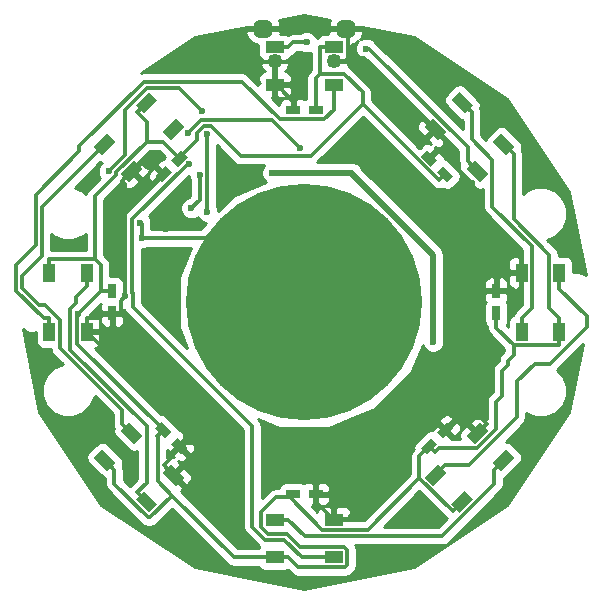
<source format=gbr>
G04 #@! TF.FileFunction,Copper,L2,Bot,Signal*
%FSLAX46Y46*%
G04 Gerber Fmt 4.6, Leading zero omitted, Abs format (unit mm)*
G04 Created by KiCad (PCBNEW 4.0.2+dfsg1-stable) date Mon 17 Oct 2016 06:19:30 PM CST*
%MOMM*%
G01*
G04 APERTURE LIST*
%ADD10C,0.100000*%
%ADD11C,20.000000*%
%ADD12R,1.200000X0.750000*%
%ADD13R,0.750000X1.200000*%
%ADD14O,1.250000X1.250000*%
%ADD15O,1.800000X1.550000*%
%ADD16R,1.600000X1.000000*%
%ADD17R,1.000000X1.600000*%
%ADD18C,0.600000*%
%ADD19C,0.500000*%
%ADD20C,0.300000*%
%ADD21C,0.254000*%
G04 APERTURE END LIST*
D10*
D11*
X100000000Y-100000000D03*
D12*
X100950000Y-116250000D03*
X99050000Y-116250000D03*
D10*
G36*
X112080850Y-110138820D02*
X112611180Y-110669150D01*
X111762652Y-111517678D01*
X111232322Y-110987348D01*
X112080850Y-110138820D01*
X112080850Y-110138820D01*
G37*
G36*
X110737348Y-111482322D02*
X111267678Y-112012652D01*
X110419150Y-112861180D01*
X109888820Y-112330850D01*
X110737348Y-111482322D01*
X110737348Y-111482322D01*
G37*
D13*
X116250000Y-99050000D03*
X116250000Y-100950000D03*
D10*
G36*
X109888820Y-87669150D02*
X110419150Y-87138820D01*
X111267678Y-87987348D01*
X110737348Y-88517678D01*
X109888820Y-87669150D01*
X109888820Y-87669150D01*
G37*
G36*
X111232322Y-89012652D02*
X111762652Y-88482322D01*
X112611180Y-89330850D01*
X112080850Y-89861180D01*
X111232322Y-89012652D01*
X111232322Y-89012652D01*
G37*
D12*
X99050000Y-83750000D03*
X100950000Y-83750000D03*
D10*
G36*
X87919150Y-89861180D02*
X87388820Y-89330850D01*
X88237348Y-88482322D01*
X88767678Y-89012652D01*
X87919150Y-89861180D01*
X87919150Y-89861180D01*
G37*
G36*
X89262652Y-88517678D02*
X88732322Y-87987348D01*
X89580850Y-87138820D01*
X90111180Y-87669150D01*
X89262652Y-88517678D01*
X89262652Y-88517678D01*
G37*
D13*
X83750000Y-100950000D03*
X83750000Y-99050000D03*
D10*
G36*
X90111180Y-112330850D02*
X89580850Y-112861180D01*
X88732322Y-112012652D01*
X89262652Y-111482322D01*
X90111180Y-112330850D01*
X90111180Y-112330850D01*
G37*
G36*
X88767678Y-110987348D02*
X88237348Y-111517678D01*
X87388820Y-110669150D01*
X87919150Y-110138820D01*
X88767678Y-110987348D01*
X88767678Y-110987348D01*
G37*
D14*
X102500900Y-79562540D03*
X97500900Y-79562540D03*
D15*
X103500900Y-76862540D03*
X96500900Y-76862540D03*
D16*
X102500000Y-118400000D03*
X102500000Y-121600000D03*
X97500000Y-118400000D03*
X97500000Y-121600000D03*
D10*
G36*
X114424264Y-112020101D02*
X113717157Y-111312994D01*
X114848528Y-110181623D01*
X115555635Y-110888730D01*
X114424264Y-112020101D01*
X114424264Y-112020101D01*
G37*
G36*
X116687006Y-114282843D02*
X115979899Y-113575736D01*
X117111270Y-112444365D01*
X117818377Y-113151472D01*
X116687006Y-114282843D01*
X116687006Y-114282843D01*
G37*
G36*
X110888730Y-115555635D02*
X110181623Y-114848528D01*
X111312994Y-113717157D01*
X112020101Y-114424264D01*
X110888730Y-115555635D01*
X110888730Y-115555635D01*
G37*
G36*
X113151472Y-117818377D02*
X112444365Y-117111270D01*
X113575736Y-115979899D01*
X114282843Y-116687006D01*
X113151472Y-117818377D01*
X113151472Y-117818377D01*
G37*
D17*
X118400000Y-97500000D03*
X121600000Y-97500000D03*
X118400000Y-102500000D03*
X121600000Y-102500000D03*
D10*
G36*
X112020101Y-85575736D02*
X111312994Y-86282843D01*
X110181623Y-85151472D01*
X110888730Y-84444365D01*
X112020101Y-85575736D01*
X112020101Y-85575736D01*
G37*
G36*
X114282843Y-83312994D02*
X113575736Y-84020101D01*
X112444365Y-82888730D01*
X113151472Y-82181623D01*
X114282843Y-83312994D01*
X114282843Y-83312994D01*
G37*
G36*
X115555635Y-89111270D02*
X114848528Y-89818377D01*
X113717157Y-88687006D01*
X114424264Y-87979899D01*
X115555635Y-89111270D01*
X115555635Y-89111270D01*
G37*
G36*
X117818377Y-86848528D02*
X117111270Y-87555635D01*
X115979899Y-86424264D01*
X116687006Y-85717157D01*
X117818377Y-86848528D01*
X117818377Y-86848528D01*
G37*
D16*
X97500000Y-81600000D03*
X97500000Y-78400000D03*
X102500000Y-81600000D03*
X102500000Y-78400000D03*
D17*
X81600000Y-102500000D03*
X78400000Y-102500000D03*
X81600000Y-97500000D03*
X78400000Y-97500000D03*
D10*
G36*
X87979899Y-114424264D02*
X88687006Y-113717157D01*
X89818377Y-114848528D01*
X89111270Y-115555635D01*
X87979899Y-114424264D01*
X87979899Y-114424264D01*
G37*
G36*
X85717157Y-116687006D02*
X86424264Y-115979899D01*
X87555635Y-117111270D01*
X86848528Y-117818377D01*
X85717157Y-116687006D01*
X85717157Y-116687006D01*
G37*
G36*
X84444365Y-110888730D02*
X85151472Y-110181623D01*
X86282843Y-111312994D01*
X85575736Y-112020101D01*
X84444365Y-110888730D01*
X84444365Y-110888730D01*
G37*
G36*
X82181623Y-113151472D02*
X82888730Y-112444365D01*
X84020101Y-113575736D01*
X83312994Y-114282843D01*
X82181623Y-113151472D01*
X82181623Y-113151472D01*
G37*
G36*
X85575736Y-87979899D02*
X86282843Y-88687006D01*
X85151472Y-89818377D01*
X84444365Y-89111270D01*
X85575736Y-87979899D01*
X85575736Y-87979899D01*
G37*
G36*
X83312994Y-85717157D02*
X84020101Y-86424264D01*
X82888730Y-87555635D01*
X82181623Y-86848528D01*
X83312994Y-85717157D01*
X83312994Y-85717157D01*
G37*
G36*
X89111270Y-84444365D02*
X89818377Y-85151472D01*
X88687006Y-86282843D01*
X87979899Y-85575736D01*
X89111270Y-84444365D01*
X89111270Y-84444365D01*
G37*
G36*
X86848528Y-82181623D02*
X87555635Y-82888730D01*
X86424264Y-84020101D01*
X85717157Y-83312994D01*
X86848528Y-82181623D01*
X86848528Y-82181623D01*
G37*
D18*
X97294500Y-89057000D03*
X103968900Y-89040300D03*
X110908200Y-103359800D03*
X81900000Y-90000000D03*
X84100000Y-91700000D03*
X80900000Y-95300000D03*
X89000000Y-96500000D03*
X88300000Y-93800000D03*
X94200000Y-89800000D03*
X108000000Y-118400000D03*
X105000000Y-117000000D03*
X108000000Y-121000000D03*
X86941600Y-88524200D03*
X114223500Y-89948500D03*
X90326100Y-111811500D03*
X103526200Y-112500000D03*
X84834900Y-99513200D03*
X86214100Y-94603100D03*
X86097000Y-93274200D03*
X80855000Y-100979200D03*
X91130400Y-89243500D03*
X90439700Y-92038800D03*
X90123700Y-85705700D03*
X99641000Y-86967500D03*
X91780700Y-85741800D03*
X91780700Y-92330800D03*
X91365800Y-83824200D03*
X83425500Y-88915100D03*
X90235100Y-88294500D03*
X100194000Y-78002400D03*
X105240000Y-78525500D03*
D19*
X103952200Y-89057000D02*
X103968900Y-89040300D01*
X97294500Y-89057000D02*
X103952200Y-89057000D01*
X110908200Y-95979600D02*
X103968900Y-89040300D01*
X110908200Y-103359800D02*
X110908200Y-95979600D01*
D20*
X84600000Y-91200000D02*
X84100000Y-91700000D01*
X84600000Y-89700000D02*
X84600000Y-91200000D01*
X85363604Y-88936396D02*
X84600000Y-89700000D01*
X85363604Y-88899138D02*
X85363604Y-88936396D01*
X103600000Y-118400000D02*
X102500000Y-118400000D01*
X103600000Y-118400000D02*
X105000000Y-117000000D01*
X97500000Y-81600000D02*
X98075200Y-81600000D01*
X88078200Y-89171800D02*
X87565300Y-88658800D01*
X85363600Y-88899100D02*
X86177000Y-88085700D01*
X97500900Y-81025700D02*
X97500900Y-79562500D01*
X98075200Y-81600000D02*
X97500900Y-81025700D01*
X98075200Y-82049900D02*
X98075200Y-81600000D01*
X99050000Y-83024700D02*
X98075200Y-82049900D01*
X99050000Y-83750000D02*
X99050000Y-83024700D01*
X102500900Y-79562500D02*
X103476200Y-79562500D01*
X111100900Y-85363600D02*
X110287500Y-84550200D01*
X105086300Y-79349000D02*
X110287500Y-84550200D01*
X103689700Y-79349000D02*
X105086300Y-79349000D01*
X103689700Y-77051300D02*
X103689700Y-79349000D01*
X103500900Y-76862500D02*
X103689700Y-77051300D01*
X103689700Y-79349000D02*
X103476200Y-79562500D01*
X111100900Y-85363600D02*
X111914300Y-86176900D01*
X110578200Y-87828200D02*
X111091200Y-87315200D01*
X87292600Y-88524200D02*
X86941600Y-88524200D01*
X87427300Y-88658900D02*
X87292600Y-88524200D01*
X87565200Y-88658900D02*
X87427300Y-88658900D01*
X87565300Y-88658800D02*
X87565200Y-88658900D01*
X86615400Y-88524200D02*
X86177000Y-88085700D01*
X86941600Y-88524200D02*
X86615400Y-88524200D01*
X111091200Y-87315300D02*
X111914200Y-87315300D01*
X111091200Y-87315200D02*
X111091200Y-87315300D01*
X111914200Y-86177000D02*
X111914300Y-86176900D01*
X111914200Y-87315300D02*
X111914200Y-86177000D01*
X118400000Y-97500000D02*
X118400000Y-96349700D01*
X111914200Y-87639200D02*
X114223500Y-89948500D01*
X111914200Y-87315300D02*
X111914200Y-87639200D01*
X114223500Y-92173200D02*
X118400000Y-96349700D01*
X114223500Y-89948500D02*
X114223500Y-92173200D01*
X111921800Y-110828200D02*
X111408900Y-110315200D01*
X88899100Y-113009700D02*
X88085800Y-113823000D01*
X88899100Y-112694500D02*
X88899100Y-113009700D01*
X89421800Y-112171800D02*
X88899100Y-112694500D01*
X88899100Y-114636400D02*
X88085800Y-113823000D01*
X89421800Y-112171800D02*
X89934800Y-111658800D01*
X90087400Y-111811500D02*
X89934800Y-111658900D01*
X90326100Y-111811500D02*
X90087400Y-111811500D01*
X89934800Y-111658900D02*
X89934800Y-111658800D01*
X111921800Y-110828200D02*
X112593800Y-110156200D01*
X114636400Y-111100900D02*
X115449800Y-110287500D01*
X89934800Y-110834800D02*
X81600000Y-102500000D01*
X89934800Y-111658900D02*
X89934800Y-110834800D01*
X83387400Y-100950000D02*
X83024700Y-100950000D01*
X82625000Y-101349700D02*
X83024700Y-100950000D01*
X81600000Y-101349700D02*
X82625000Y-101349700D01*
X81600000Y-102500000D02*
X81600000Y-101349700D01*
X100950000Y-116250000D02*
X100950000Y-115524700D01*
X101075300Y-116975300D02*
X100950000Y-116975300D01*
X102500000Y-118400000D02*
X101075300Y-116975300D01*
X100950000Y-116250000D02*
X100950000Y-116975300D01*
X107143500Y-112500000D02*
X103526200Y-112500000D01*
X108815300Y-110828200D02*
X107143500Y-112500000D01*
X110895900Y-110828200D02*
X108815300Y-110828200D01*
X111408900Y-110315200D02*
X110895900Y-110828200D01*
X103526200Y-112948500D02*
X100950000Y-115524700D01*
X103526200Y-112500000D02*
X103526200Y-112948500D01*
X118000300Y-99050000D02*
X118400000Y-98650300D01*
X116975300Y-99050000D02*
X118000300Y-99050000D01*
X116250000Y-99050000D02*
X116975300Y-99050000D01*
X118400000Y-97500000D02*
X118400000Y-98650300D01*
X116250000Y-99050000D02*
X115524700Y-99050000D01*
X114966000Y-99608700D02*
X115524700Y-99050000D01*
X114966000Y-109803700D02*
X114966000Y-99608700D01*
X115449800Y-110287500D02*
X114966000Y-109803700D01*
X112593800Y-110156300D02*
X112593800Y-110156200D01*
X114087400Y-110156300D02*
X112593800Y-110156300D01*
X114440000Y-109803700D02*
X114087400Y-110156300D01*
X114966000Y-109803700D02*
X114440000Y-109803700D01*
X83387400Y-100950000D02*
X83750000Y-100950000D01*
X83750000Y-100950000D02*
X84475300Y-100950000D01*
X84475300Y-99872800D02*
X84834900Y-99513200D01*
X84475300Y-100950000D02*
X84475300Y-99872800D01*
X84834900Y-89997200D02*
X84550200Y-89712500D01*
X84834900Y-99513200D02*
X84834900Y-89997200D01*
X85363600Y-88899100D02*
X84550200Y-89712500D01*
X94603100Y-94603100D02*
X86214100Y-94603100D01*
X100000000Y-100000000D02*
X94603100Y-94603100D01*
X86214100Y-93391300D02*
X86097000Y-93274200D01*
X86214100Y-94603100D02*
X86214100Y-93391300D01*
X83100900Y-113363600D02*
X83914300Y-114176900D01*
X83914200Y-114177000D02*
X83914300Y-114176900D01*
X83914200Y-115379600D02*
X83914200Y-114177000D01*
X86742100Y-118207500D02*
X83914200Y-115379600D01*
X86973700Y-118207500D02*
X86742100Y-118207500D01*
X88808000Y-116373200D02*
X86973700Y-118207500D01*
X99050000Y-116250000D02*
X98774400Y-116525600D01*
X102500000Y-78400000D02*
X101349700Y-78400000D01*
X111921800Y-89171800D02*
X111408900Y-89684700D01*
X101349700Y-80643700D02*
X101349700Y-78400000D01*
X100950000Y-81043400D02*
X101349700Y-80643700D01*
X100950000Y-83750000D02*
X100950000Y-81043400D01*
X87574300Y-115139500D02*
X88808000Y-116373200D01*
X87574300Y-111350200D02*
X87574300Y-115139500D01*
X87565300Y-111341100D02*
X87574300Y-111350200D01*
X88078200Y-110828200D02*
X87565300Y-111341100D01*
X94034800Y-121600000D02*
X96349900Y-121600000D01*
X88808000Y-116373200D02*
X94034800Y-121600000D01*
X96924900Y-121600000D02*
X96349900Y-121600000D01*
X89421800Y-87828200D02*
X89362900Y-87769300D01*
X104938600Y-83214500D02*
X111408900Y-89684700D01*
X100524000Y-87629100D02*
X104938600Y-83214500D01*
X94596500Y-87629100D02*
X100524000Y-87629100D01*
X92055700Y-85088300D02*
X94596500Y-87629100D01*
X91462800Y-85088300D02*
X92055700Y-85088300D01*
X90874800Y-85676300D02*
X91462800Y-85088300D01*
X90874800Y-86257400D02*
X90874800Y-85676300D01*
X89362900Y-87769300D02*
X90874800Y-86257400D01*
X103342400Y-80643700D02*
X101349700Y-80643700D01*
X104938600Y-82239900D02*
X103342400Y-80643700D01*
X104938600Y-83214500D02*
X104938600Y-82239900D01*
X96924900Y-121600000D02*
X97500000Y-121600000D01*
X97578500Y-116525600D02*
X98774400Y-116525600D01*
X96349700Y-117754400D02*
X97578500Y-116525600D01*
X96349700Y-119055200D02*
X96349700Y-117754400D01*
X96898700Y-119604200D02*
X96349700Y-119055200D01*
X98502900Y-119604200D02*
X96898700Y-119604200D01*
X99595600Y-120696900D02*
X98502900Y-119604200D01*
X103392300Y-120696900D02*
X99595600Y-120696900D01*
X103650400Y-120955000D02*
X103392300Y-120696900D01*
X103650400Y-122251700D02*
X103650400Y-120955000D01*
X103451700Y-122450400D02*
X103650400Y-122251700D01*
X99500700Y-122450400D02*
X103451700Y-122450400D01*
X98650300Y-121600000D02*
X99500700Y-122450400D01*
X97500000Y-121600000D02*
X98650300Y-121600000D01*
X80749700Y-101084500D02*
X80855000Y-100979200D01*
X80749700Y-103499700D02*
X80749700Y-101084500D01*
X88078200Y-110828200D02*
X80749700Y-103499700D01*
X113363600Y-116899100D02*
X112550200Y-117712500D01*
X120749700Y-100499400D02*
X121600000Y-101349700D01*
X120749700Y-96008000D02*
X120749700Y-100499400D01*
X117712500Y-92970800D02*
X120749700Y-96008000D01*
X117712500Y-87449800D02*
X117712500Y-92970800D01*
X116899100Y-86636400D02*
X117712500Y-87449800D01*
X121600000Y-102275000D02*
X121600000Y-101349700D01*
X86636400Y-83100900D02*
X85823100Y-83914200D01*
X78400000Y-97500000D02*
X78400000Y-96349700D01*
X80855000Y-100979200D02*
X82784200Y-99050000D01*
X82784200Y-99050000D02*
X83750000Y-99050000D01*
X88017200Y-86423600D02*
X89362900Y-87769300D01*
X86636400Y-86423600D02*
X88017200Y-86423600D01*
X86636400Y-84727600D02*
X85823100Y-83914200D01*
X86636400Y-86423600D02*
X86636400Y-84727600D01*
X84075900Y-88984100D02*
X86636400Y-86423600D01*
X84075900Y-89211300D02*
X84075900Y-88984100D01*
X82256600Y-91030600D02*
X84075900Y-89211300D01*
X82256600Y-96349700D02*
X82256600Y-91030600D01*
X82784200Y-96877300D02*
X82256600Y-96349700D01*
X82784200Y-99050000D02*
X82784200Y-96877300D01*
X82256600Y-96349700D02*
X78400000Y-96349700D01*
X121600000Y-102500000D02*
X121600000Y-102275000D01*
X121600000Y-102500000D02*
X121600000Y-103650300D01*
X110578200Y-112171800D02*
X111091200Y-112684700D01*
X121600000Y-103650300D02*
X117724600Y-103650300D01*
X116250000Y-102175700D02*
X116250000Y-100950000D01*
X117724600Y-103650300D02*
X116250000Y-102175700D01*
X110578200Y-112171800D02*
X109906300Y-112843700D01*
X109729500Y-114891600D02*
X109729400Y-114891700D01*
X109729500Y-113044300D02*
X109729500Y-114891600D01*
X109906300Y-112867500D02*
X109729500Y-113044300D01*
X109906300Y-112843800D02*
X109906300Y-112867500D01*
X109906300Y-112843700D02*
X109906300Y-112843800D01*
X112550200Y-117712500D02*
X109729400Y-114891700D01*
X101499200Y-119250400D02*
X98774400Y-116525600D01*
X105370700Y-119250400D02*
X101499200Y-119250400D01*
X109729400Y-114891700D02*
X105370700Y-119250400D01*
X111388300Y-112387600D02*
X111091200Y-112684700D01*
X114614000Y-112387600D02*
X111388300Y-112387600D01*
X116224000Y-110777600D02*
X114614000Y-112387600D01*
X116224000Y-108422500D02*
X116224000Y-110777600D01*
X116724200Y-107922300D02*
X116224000Y-108422500D01*
X116724200Y-105829000D02*
X116724200Y-107922300D01*
X117224300Y-105328900D02*
X116724200Y-105829000D01*
X117224300Y-104975000D02*
X117224300Y-105328900D01*
X117724600Y-104474700D02*
X117224300Y-104975000D01*
X117724600Y-103650300D02*
X117724600Y-104474700D01*
X91130400Y-91348100D02*
X90439700Y-92038800D01*
X91130400Y-89243500D02*
X91130400Y-91348100D01*
X97261500Y-84588000D02*
X99641000Y-86967500D01*
X91241400Y-84588000D02*
X97261500Y-84588000D01*
X90123700Y-85705700D02*
X91241400Y-84588000D01*
X91780700Y-92330800D02*
X91780700Y-85741800D01*
X84833300Y-87507300D02*
X83425500Y-88915100D01*
X84833300Y-83701400D02*
X84833300Y-87507300D01*
X86703500Y-81831200D02*
X84833300Y-83701400D01*
X89372800Y-81831200D02*
X86703500Y-81831200D01*
X91365800Y-83824200D02*
X89372800Y-81831200D01*
X90109500Y-88294500D02*
X90235100Y-88294500D01*
X85446700Y-92957300D02*
X90109500Y-88294500D01*
X85446700Y-99205300D02*
X85446700Y-92957300D01*
X85485200Y-99243800D02*
X85446700Y-99205300D01*
X85485200Y-100384900D02*
X85485200Y-99243800D01*
X95599300Y-110499000D02*
X85485200Y-100384900D01*
X95599300Y-119012300D02*
X95599300Y-110499000D01*
X96691500Y-120104500D02*
X95599300Y-119012300D01*
X98295700Y-120104500D02*
X96691500Y-120104500D01*
X99791200Y-121600000D02*
X98295700Y-120104500D01*
X102500000Y-121600000D02*
X99791200Y-121600000D01*
X116899100Y-113363600D02*
X116085800Y-114176900D01*
X97500000Y-118400000D02*
X98650300Y-118400000D01*
X116085800Y-114177000D02*
X116085800Y-114176900D01*
X116085800Y-115385300D02*
X116085800Y-114177000D01*
X111677400Y-119793700D02*
X116085800Y-115385300D01*
X100044000Y-119793700D02*
X111677400Y-119793700D01*
X98650300Y-118400000D02*
X100044000Y-119793700D01*
X111914300Y-113823100D02*
X111914300Y-113823000D01*
X113911900Y-113823100D02*
X111914300Y-113823100D01*
X117992400Y-109742600D02*
X113911900Y-113823100D01*
X117992400Y-106707600D02*
X117992400Y-109742600D01*
X119488700Y-105211300D02*
X117992400Y-106707600D01*
X120778600Y-105211300D02*
X119488700Y-105211300D01*
X123905600Y-102084300D02*
X120778600Y-105211300D01*
X123905600Y-101198600D02*
X123905600Y-102084300D01*
X121600000Y-98893000D02*
X123905600Y-101198600D01*
X121600000Y-97500000D02*
X121600000Y-98893000D01*
X111100900Y-114636400D02*
X111914300Y-113823000D01*
X113363600Y-83100900D02*
X114177000Y-83914200D01*
X118400000Y-102500000D02*
X118400000Y-101349700D01*
X119250300Y-100499400D02*
X118400000Y-101349700D01*
X119250300Y-95254000D02*
X119250300Y-100499400D01*
X115924100Y-91927800D02*
X119250300Y-95254000D01*
X115924100Y-87924000D02*
X115924100Y-91927800D01*
X114176900Y-86176800D02*
X115924100Y-87924000D01*
X114176900Y-83914300D02*
X114176900Y-86176800D01*
X114177000Y-83914200D02*
X114176900Y-83914300D01*
X99047900Y-78002400D02*
X100194000Y-78002400D01*
X98650300Y-78400000D02*
X99047900Y-78002400D01*
X114636400Y-88899100D02*
X113823100Y-88085700D01*
X113823100Y-86883200D02*
X113823100Y-88085700D01*
X105465400Y-78525500D02*
X113823100Y-86883200D01*
X105240000Y-78525500D02*
X105465400Y-78525500D01*
X97500000Y-78400000D02*
X98650300Y-78400000D01*
X77926900Y-101349700D02*
X78400000Y-101349700D01*
X75597800Y-99020600D02*
X77926900Y-101349700D01*
X75597800Y-96876200D02*
X75597800Y-99020600D01*
X77281800Y-95192200D02*
X75597800Y-96876200D01*
X77281800Y-90899200D02*
X77281800Y-95192200D01*
X80959800Y-87221200D02*
X77281800Y-90899200D01*
X80959800Y-86765700D02*
X80959800Y-87221200D01*
X86394900Y-81330600D02*
X80959800Y-86765700D01*
X94711800Y-81330600D02*
X86394900Y-81330600D01*
X97900700Y-84519500D02*
X94711800Y-81330600D01*
X101677300Y-84519500D02*
X97900700Y-84519500D01*
X102500000Y-83696800D02*
X101677300Y-84519500D01*
X102500000Y-81600000D02*
X102500000Y-83696800D01*
X78400000Y-102500000D02*
X78400000Y-101349700D01*
X86636400Y-116899100D02*
X85823100Y-116085700D01*
X81600000Y-97500000D02*
X81600000Y-98650300D01*
X86636400Y-115272400D02*
X85823100Y-116085700D01*
X86636400Y-110523400D02*
X86636400Y-115272400D01*
X80200000Y-104087000D02*
X86636400Y-110523400D01*
X80200000Y-100606400D02*
X80200000Y-104087000D01*
X80700200Y-100106200D02*
X80200000Y-100606400D01*
X80700200Y-99550100D02*
X80700200Y-100106200D01*
X81600000Y-98650300D02*
X80700200Y-99550100D01*
X84550200Y-109144900D02*
X84550200Y-110287500D01*
X79298000Y-103892700D02*
X84550200Y-109144900D01*
X79298000Y-101518500D02*
X79298000Y-103892700D01*
X78004100Y-100224600D02*
X79298000Y-101518500D01*
X77513600Y-100224600D02*
X78004100Y-100224600D01*
X76111400Y-98822400D02*
X77513600Y-100224600D01*
X76111400Y-97777800D02*
X76111400Y-98822400D01*
X77782200Y-96107000D02*
X76111400Y-97777800D01*
X77782200Y-91955100D02*
X77782200Y-96107000D01*
X83100900Y-86636400D02*
X77782200Y-91955100D01*
X85363600Y-111100900D02*
X84550200Y-110287500D01*
D21*
G36*
X76309595Y-102419282D02*
X76708233Y-102584811D01*
X77139873Y-102585188D01*
X77252560Y-102538626D01*
X77252560Y-103300000D01*
X77296838Y-103535317D01*
X77435910Y-103751441D01*
X77648110Y-103896431D01*
X77900000Y-103947440D01*
X78523889Y-103947440D01*
X78572755Y-104193107D01*
X78742921Y-104447779D01*
X79559757Y-105264615D01*
X79557381Y-105264613D01*
X78735628Y-105604155D01*
X78106364Y-106232321D01*
X77765389Y-107053481D01*
X77764613Y-107942619D01*
X78104155Y-108764372D01*
X78732321Y-109393636D01*
X79553481Y-109734611D01*
X80442619Y-109735387D01*
X81264372Y-109395845D01*
X81893636Y-108767679D01*
X82234611Y-107946519D01*
X82234617Y-107939474D01*
X83765200Y-109470057D01*
X83765200Y-110287500D01*
X83824955Y-110587907D01*
X83851820Y-110628113D01*
X83851471Y-110628624D01*
X83796987Y-110879786D01*
X83844511Y-111132357D01*
X83986556Y-111346539D01*
X85117927Y-112477910D01*
X85315630Y-112612995D01*
X85566792Y-112667479D01*
X85819363Y-112619955D01*
X85851400Y-112598708D01*
X85851400Y-114947242D01*
X85268021Y-115530621D01*
X85230914Y-115586156D01*
X84699200Y-115054442D01*
X84699200Y-114177403D01*
X84699300Y-114176900D01*
X84699296Y-114176879D01*
X84699301Y-114176852D01*
X84665397Y-114006464D01*
X84639544Y-113876494D01*
X84639533Y-113876477D01*
X84639527Y-113876449D01*
X84612690Y-113836289D01*
X84612995Y-113835842D01*
X84667479Y-113584680D01*
X84619955Y-113332109D01*
X84477910Y-113117927D01*
X83346539Y-111986556D01*
X83148836Y-111851471D01*
X82897674Y-111796987D01*
X82645103Y-111844511D01*
X82430921Y-111986556D01*
X81723814Y-112693663D01*
X81588729Y-112891366D01*
X81534245Y-113142528D01*
X81581769Y-113395099D01*
X81723814Y-113609281D01*
X82855185Y-114740652D01*
X83052888Y-114875737D01*
X83129200Y-114892291D01*
X83129200Y-115379600D01*
X83188955Y-115680007D01*
X83359121Y-115934679D01*
X86187019Y-118762576D01*
X86187021Y-118762579D01*
X86441694Y-118932745D01*
X86742100Y-118992501D01*
X86742105Y-118992500D01*
X86973700Y-118992500D01*
X87274107Y-118932745D01*
X87528779Y-118762579D01*
X88808000Y-117483358D01*
X93479721Y-122155079D01*
X93734394Y-122325245D01*
X94034800Y-122385000D01*
X96128808Y-122385000D01*
X96235910Y-122551441D01*
X96448110Y-122696431D01*
X96700000Y-122747440D01*
X98300000Y-122747440D01*
X98535317Y-122703162D01*
X98601023Y-122660881D01*
X98945621Y-123005479D01*
X99200293Y-123175645D01*
X99500700Y-123235400D01*
X103451700Y-123235400D01*
X103752107Y-123175645D01*
X104006779Y-123005479D01*
X104205479Y-122806779D01*
X104375645Y-122552107D01*
X104435400Y-122251700D01*
X104435400Y-120955005D01*
X104435401Y-120955000D01*
X104375645Y-120654594D01*
X104363161Y-120635910D01*
X104324935Y-120578700D01*
X111677400Y-120578700D01*
X111977807Y-120518945D01*
X112232479Y-120348779D01*
X116640879Y-115940379D01*
X116811045Y-115685707D01*
X116870800Y-115385300D01*
X116870800Y-114893955D01*
X116930633Y-114882697D01*
X117144815Y-114740652D01*
X118276186Y-113609281D01*
X118411271Y-113411578D01*
X118465755Y-113160416D01*
X118418231Y-112907845D01*
X118276186Y-112693663D01*
X117569079Y-111986556D01*
X117371376Y-111851471D01*
X117120214Y-111796987D01*
X117031474Y-111813684D01*
X118547479Y-110297679D01*
X118673807Y-110108614D01*
X118717645Y-110043006D01*
X118777400Y-109742600D01*
X118777400Y-109412354D01*
X119553481Y-109734611D01*
X120442619Y-109735387D01*
X121264372Y-109395845D01*
X121893636Y-108767679D01*
X122234611Y-107946519D01*
X122235387Y-107057381D01*
X121895845Y-106235628D01*
X121380588Y-105719470D01*
X123592255Y-103507803D01*
X122441034Y-109295381D01*
X117175624Y-117175624D01*
X109295381Y-122441034D01*
X100000000Y-124290000D01*
X90704619Y-122441034D01*
X82824376Y-117175624D01*
X77558966Y-109295381D01*
X76161769Y-102271198D01*
X76309595Y-102419282D01*
X76309595Y-102419282D01*
G37*
X76309595Y-102419282D02*
X76708233Y-102584811D01*
X77139873Y-102585188D01*
X77252560Y-102538626D01*
X77252560Y-103300000D01*
X77296838Y-103535317D01*
X77435910Y-103751441D01*
X77648110Y-103896431D01*
X77900000Y-103947440D01*
X78523889Y-103947440D01*
X78572755Y-104193107D01*
X78742921Y-104447779D01*
X79559757Y-105264615D01*
X79557381Y-105264613D01*
X78735628Y-105604155D01*
X78106364Y-106232321D01*
X77765389Y-107053481D01*
X77764613Y-107942619D01*
X78104155Y-108764372D01*
X78732321Y-109393636D01*
X79553481Y-109734611D01*
X80442619Y-109735387D01*
X81264372Y-109395845D01*
X81893636Y-108767679D01*
X82234611Y-107946519D01*
X82234617Y-107939474D01*
X83765200Y-109470057D01*
X83765200Y-110287500D01*
X83824955Y-110587907D01*
X83851820Y-110628113D01*
X83851471Y-110628624D01*
X83796987Y-110879786D01*
X83844511Y-111132357D01*
X83986556Y-111346539D01*
X85117927Y-112477910D01*
X85315630Y-112612995D01*
X85566792Y-112667479D01*
X85819363Y-112619955D01*
X85851400Y-112598708D01*
X85851400Y-114947242D01*
X85268021Y-115530621D01*
X85230914Y-115586156D01*
X84699200Y-115054442D01*
X84699200Y-114177403D01*
X84699300Y-114176900D01*
X84699296Y-114176879D01*
X84699301Y-114176852D01*
X84665397Y-114006464D01*
X84639544Y-113876494D01*
X84639533Y-113876477D01*
X84639527Y-113876449D01*
X84612690Y-113836289D01*
X84612995Y-113835842D01*
X84667479Y-113584680D01*
X84619955Y-113332109D01*
X84477910Y-113117927D01*
X83346539Y-111986556D01*
X83148836Y-111851471D01*
X82897674Y-111796987D01*
X82645103Y-111844511D01*
X82430921Y-111986556D01*
X81723814Y-112693663D01*
X81588729Y-112891366D01*
X81534245Y-113142528D01*
X81581769Y-113395099D01*
X81723814Y-113609281D01*
X82855185Y-114740652D01*
X83052888Y-114875737D01*
X83129200Y-114892291D01*
X83129200Y-115379600D01*
X83188955Y-115680007D01*
X83359121Y-115934679D01*
X86187019Y-118762576D01*
X86187021Y-118762579D01*
X86441694Y-118932745D01*
X86742100Y-118992501D01*
X86742105Y-118992500D01*
X86973700Y-118992500D01*
X87274107Y-118932745D01*
X87528779Y-118762579D01*
X88808000Y-117483358D01*
X93479721Y-122155079D01*
X93734394Y-122325245D01*
X94034800Y-122385000D01*
X96128808Y-122385000D01*
X96235910Y-122551441D01*
X96448110Y-122696431D01*
X96700000Y-122747440D01*
X98300000Y-122747440D01*
X98535317Y-122703162D01*
X98601023Y-122660881D01*
X98945621Y-123005479D01*
X99200293Y-123175645D01*
X99500700Y-123235400D01*
X103451700Y-123235400D01*
X103752107Y-123175645D01*
X104006779Y-123005479D01*
X104205479Y-122806779D01*
X104375645Y-122552107D01*
X104435400Y-122251700D01*
X104435400Y-120955005D01*
X104435401Y-120955000D01*
X104375645Y-120654594D01*
X104363161Y-120635910D01*
X104324935Y-120578700D01*
X111677400Y-120578700D01*
X111977807Y-120518945D01*
X112232479Y-120348779D01*
X116640879Y-115940379D01*
X116811045Y-115685707D01*
X116870800Y-115385300D01*
X116870800Y-114893955D01*
X116930633Y-114882697D01*
X117144815Y-114740652D01*
X118276186Y-113609281D01*
X118411271Y-113411578D01*
X118465755Y-113160416D01*
X118418231Y-112907845D01*
X118276186Y-112693663D01*
X117569079Y-111986556D01*
X117371376Y-111851471D01*
X117120214Y-111796987D01*
X117031474Y-111813684D01*
X118547479Y-110297679D01*
X118673807Y-110108614D01*
X118717645Y-110043006D01*
X118777400Y-109742600D01*
X118777400Y-109412354D01*
X119553481Y-109734611D01*
X120442619Y-109735387D01*
X121264372Y-109395845D01*
X121893636Y-108767679D01*
X122234611Y-107946519D01*
X122235387Y-107057381D01*
X121895845Y-106235628D01*
X121380588Y-105719470D01*
X123592255Y-103507803D01*
X122441034Y-109295381D01*
X117175624Y-117175624D01*
X109295381Y-122441034D01*
X100000000Y-124290000D01*
X90704619Y-122441034D01*
X82824376Y-117175624D01*
X77558966Y-109295381D01*
X76161769Y-102271198D01*
X76309595Y-102419282D01*
G36*
X82740000Y-100223691D02*
X82740000Y-100664250D01*
X82898750Y-100823000D01*
X83623000Y-100823000D01*
X83623000Y-100803000D01*
X83877000Y-100803000D01*
X83877000Y-100823000D01*
X84601250Y-100823000D01*
X84756469Y-100667781D01*
X84759955Y-100685307D01*
X84930121Y-100939979D01*
X94814300Y-110824158D01*
X94814300Y-119012300D01*
X94874055Y-119312707D01*
X95044221Y-119567379D01*
X96136421Y-120659579D01*
X96202307Y-120703602D01*
X96126192Y-120815000D01*
X94359958Y-120815000D01*
X89554944Y-116009986D01*
X89649597Y-115915334D01*
X89711780Y-115853150D01*
X89711780Y-115628644D01*
X88899138Y-114816001D01*
X88884996Y-114830144D01*
X88705390Y-114650538D01*
X88719533Y-114636396D01*
X89078743Y-114636396D01*
X89891386Y-115449038D01*
X90115892Y-115449038D01*
X90178076Y-115386855D01*
X90356704Y-115208226D01*
X90453377Y-114974837D01*
X90453376Y-114722218D01*
X90356704Y-114488829D01*
X89903760Y-114035886D01*
X89679254Y-114035886D01*
X89078743Y-114636396D01*
X88719533Y-114636396D01*
X88705391Y-114622254D01*
X88884996Y-114442648D01*
X88899138Y-114456791D01*
X89499648Y-113856280D01*
X89499648Y-113631774D01*
X89300071Y-113432197D01*
X89454540Y-113496180D01*
X89707159Y-113496180D01*
X89940548Y-113399508D01*
X90092972Y-113247084D01*
X90092972Y-113022577D01*
X89421751Y-112351356D01*
X88909629Y-112863478D01*
X88909629Y-113087985D01*
X88967784Y-113146140D01*
X88813316Y-113082158D01*
X88560697Y-113082157D01*
X88359300Y-113165578D01*
X88359300Y-112537656D01*
X88505517Y-112683873D01*
X88730024Y-112683873D01*
X89242146Y-112171751D01*
X89601356Y-112171751D01*
X90272577Y-112842972D01*
X90497084Y-112842972D01*
X90649508Y-112690548D01*
X90746180Y-112457159D01*
X90746180Y-112204540D01*
X90649507Y-111971151D01*
X90337985Y-111659629D01*
X90113478Y-111659629D01*
X89601356Y-112171751D01*
X89242146Y-112171751D01*
X89228004Y-112157609D01*
X89407609Y-111978004D01*
X89421751Y-111992146D01*
X89933873Y-111480024D01*
X89933873Y-111255517D01*
X89622351Y-110943995D01*
X89388962Y-110847322D01*
X89387026Y-110847322D01*
X89367532Y-110743721D01*
X89225487Y-110529539D01*
X88376959Y-109681011D01*
X88179256Y-109545926D01*
X87928094Y-109491442D01*
X87863714Y-109503556D01*
X82274993Y-103914835D01*
X82459699Y-103838327D01*
X82638327Y-103659698D01*
X82735000Y-103426309D01*
X82735000Y-102785750D01*
X82576250Y-102627000D01*
X81727000Y-102627000D01*
X81727000Y-102647000D01*
X81534700Y-102647000D01*
X81534700Y-102353000D01*
X81727000Y-102353000D01*
X81727000Y-102373000D01*
X82576250Y-102373000D01*
X82735000Y-102214250D01*
X82735000Y-101573691D01*
X82638327Y-101340302D01*
X82533776Y-101235750D01*
X82740000Y-101235750D01*
X82740000Y-101676309D01*
X82836673Y-101909698D01*
X83015301Y-102088327D01*
X83248690Y-102185000D01*
X83464250Y-102185000D01*
X83623000Y-102026250D01*
X83623000Y-101077000D01*
X83877000Y-101077000D01*
X83877000Y-102026250D01*
X84035750Y-102185000D01*
X84251310Y-102185000D01*
X84484699Y-102088327D01*
X84663327Y-101909698D01*
X84760000Y-101676309D01*
X84760000Y-101235750D01*
X84601250Y-101077000D01*
X83877000Y-101077000D01*
X83623000Y-101077000D01*
X82898750Y-101077000D01*
X82740000Y-101235750D01*
X82533776Y-101235750D01*
X82459699Y-101161673D01*
X82226310Y-101065000D01*
X81885750Y-101065000D01*
X81789842Y-101160908D01*
X81789848Y-101154510D01*
X82753671Y-100190687D01*
X82740000Y-100223691D01*
X82740000Y-100223691D01*
G37*
X82740000Y-100223691D02*
X82740000Y-100664250D01*
X82898750Y-100823000D01*
X83623000Y-100823000D01*
X83623000Y-100803000D01*
X83877000Y-100803000D01*
X83877000Y-100823000D01*
X84601250Y-100823000D01*
X84756469Y-100667781D01*
X84759955Y-100685307D01*
X84930121Y-100939979D01*
X94814300Y-110824158D01*
X94814300Y-119012300D01*
X94874055Y-119312707D01*
X95044221Y-119567379D01*
X96136421Y-120659579D01*
X96202307Y-120703602D01*
X96126192Y-120815000D01*
X94359958Y-120815000D01*
X89554944Y-116009986D01*
X89649597Y-115915334D01*
X89711780Y-115853150D01*
X89711780Y-115628644D01*
X88899138Y-114816001D01*
X88884996Y-114830144D01*
X88705390Y-114650538D01*
X88719533Y-114636396D01*
X89078743Y-114636396D01*
X89891386Y-115449038D01*
X90115892Y-115449038D01*
X90178076Y-115386855D01*
X90356704Y-115208226D01*
X90453377Y-114974837D01*
X90453376Y-114722218D01*
X90356704Y-114488829D01*
X89903760Y-114035886D01*
X89679254Y-114035886D01*
X89078743Y-114636396D01*
X88719533Y-114636396D01*
X88705391Y-114622254D01*
X88884996Y-114442648D01*
X88899138Y-114456791D01*
X89499648Y-113856280D01*
X89499648Y-113631774D01*
X89300071Y-113432197D01*
X89454540Y-113496180D01*
X89707159Y-113496180D01*
X89940548Y-113399508D01*
X90092972Y-113247084D01*
X90092972Y-113022577D01*
X89421751Y-112351356D01*
X88909629Y-112863478D01*
X88909629Y-113087985D01*
X88967784Y-113146140D01*
X88813316Y-113082158D01*
X88560697Y-113082157D01*
X88359300Y-113165578D01*
X88359300Y-112537656D01*
X88505517Y-112683873D01*
X88730024Y-112683873D01*
X89242146Y-112171751D01*
X89601356Y-112171751D01*
X90272577Y-112842972D01*
X90497084Y-112842972D01*
X90649508Y-112690548D01*
X90746180Y-112457159D01*
X90746180Y-112204540D01*
X90649507Y-111971151D01*
X90337985Y-111659629D01*
X90113478Y-111659629D01*
X89601356Y-112171751D01*
X89242146Y-112171751D01*
X89228004Y-112157609D01*
X89407609Y-111978004D01*
X89421751Y-111992146D01*
X89933873Y-111480024D01*
X89933873Y-111255517D01*
X89622351Y-110943995D01*
X89388962Y-110847322D01*
X89387026Y-110847322D01*
X89367532Y-110743721D01*
X89225487Y-110529539D01*
X88376959Y-109681011D01*
X88179256Y-109545926D01*
X87928094Y-109491442D01*
X87863714Y-109503556D01*
X82274993Y-103914835D01*
X82459699Y-103838327D01*
X82638327Y-103659698D01*
X82735000Y-103426309D01*
X82735000Y-102785750D01*
X82576250Y-102627000D01*
X81727000Y-102627000D01*
X81727000Y-102647000D01*
X81534700Y-102647000D01*
X81534700Y-102353000D01*
X81727000Y-102353000D01*
X81727000Y-102373000D01*
X82576250Y-102373000D01*
X82735000Y-102214250D01*
X82735000Y-101573691D01*
X82638327Y-101340302D01*
X82533776Y-101235750D01*
X82740000Y-101235750D01*
X82740000Y-101676309D01*
X82836673Y-101909698D01*
X83015301Y-102088327D01*
X83248690Y-102185000D01*
X83464250Y-102185000D01*
X83623000Y-102026250D01*
X83623000Y-101077000D01*
X83877000Y-101077000D01*
X83877000Y-102026250D01*
X84035750Y-102185000D01*
X84251310Y-102185000D01*
X84484699Y-102088327D01*
X84663327Y-101909698D01*
X84760000Y-101676309D01*
X84760000Y-101235750D01*
X84601250Y-101077000D01*
X83877000Y-101077000D01*
X83623000Y-101077000D01*
X82898750Y-101077000D01*
X82740000Y-101235750D01*
X82533776Y-101235750D01*
X82459699Y-101161673D01*
X82226310Y-101065000D01*
X81885750Y-101065000D01*
X81789842Y-101160908D01*
X81789848Y-101154510D01*
X82753671Y-100190687D01*
X82740000Y-100223691D01*
G36*
X111995121Y-118267579D02*
X112054013Y-118306929D01*
X111352242Y-119008700D01*
X106722558Y-119008700D01*
X109729400Y-116001858D01*
X111995121Y-118267579D01*
X111995121Y-118267579D01*
G37*
X111995121Y-118267579D02*
X112054013Y-118306929D01*
X111352242Y-119008700D01*
X106722558Y-119008700D01*
X109729400Y-116001858D01*
X111995121Y-118267579D01*
G36*
X104447808Y-77995173D02*
X104305162Y-78338701D01*
X104304838Y-78710667D01*
X104446883Y-79054443D01*
X104709673Y-79317692D01*
X105053201Y-79460338D01*
X105290287Y-79460545D01*
X113038100Y-87208358D01*
X113038100Y-88085700D01*
X113067310Y-88232545D01*
X113097837Y-88386062D01*
X113097850Y-88386082D01*
X113097855Y-88386106D01*
X113124693Y-88426271D01*
X113124263Y-88426900D01*
X113069779Y-88678062D01*
X113117303Y-88930633D01*
X113259348Y-89144815D01*
X114390719Y-90276186D01*
X114588422Y-90411271D01*
X114839584Y-90465755D01*
X115092155Y-90418231D01*
X115139100Y-90387097D01*
X115139100Y-91927800D01*
X115198855Y-92228207D01*
X115369021Y-92482879D01*
X118465300Y-95579158D01*
X118465300Y-100174242D01*
X117844921Y-100794621D01*
X117674755Y-101049293D01*
X117671631Y-101065000D01*
X117665322Y-101096718D01*
X117664683Y-101096838D01*
X117448559Y-101235910D01*
X117303569Y-101448110D01*
X117252560Y-101700000D01*
X117252560Y-102068102D01*
X117126006Y-101941548D01*
X117221431Y-101801890D01*
X117272440Y-101550000D01*
X117272440Y-100350000D01*
X117228162Y-100114683D01*
X117161671Y-100011354D01*
X117163327Y-100009698D01*
X117260000Y-99776309D01*
X117260000Y-99335750D01*
X117101250Y-99177000D01*
X116377000Y-99177000D01*
X116377000Y-99197000D01*
X116123000Y-99197000D01*
X116123000Y-99177000D01*
X115398750Y-99177000D01*
X115240000Y-99335750D01*
X115240000Y-99776309D01*
X115336673Y-100009698D01*
X115338043Y-100011068D01*
X115278569Y-100098110D01*
X115227560Y-100350000D01*
X115227560Y-101550000D01*
X115271838Y-101785317D01*
X115410910Y-102001441D01*
X115465000Y-102038399D01*
X115465000Y-102175700D01*
X115524755Y-102476107D01*
X115694921Y-102730779D01*
X116939600Y-103975458D01*
X116939600Y-104149542D01*
X116669221Y-104419921D01*
X116499055Y-104674593D01*
X116471674Y-104812245D01*
X116439300Y-104975000D01*
X116439300Y-105003742D01*
X116169121Y-105273921D01*
X115998955Y-105528593D01*
X115983925Y-105604155D01*
X115939200Y-105829000D01*
X115939200Y-107597142D01*
X115668921Y-107867421D01*
X115498755Y-108122093D01*
X115498755Y-108122094D01*
X115439000Y-108422500D01*
X115439000Y-109874070D01*
X115386855Y-109821924D01*
X115208226Y-109643296D01*
X114974837Y-109546623D01*
X114722218Y-109546624D01*
X114488829Y-109643296D01*
X114035886Y-110096240D01*
X114035886Y-110320746D01*
X114636396Y-110921257D01*
X114650538Y-110907114D01*
X114817433Y-111074009D01*
X114609543Y-111281899D01*
X114442648Y-111115004D01*
X114456791Y-111100862D01*
X113856280Y-110500352D01*
X113631774Y-110500352D01*
X113182197Y-110949928D01*
X113246180Y-110795460D01*
X113246180Y-110542841D01*
X113149508Y-110309452D01*
X112997084Y-110157028D01*
X112772577Y-110157028D01*
X112101356Y-110828249D01*
X112613478Y-111340371D01*
X112837985Y-111340371D01*
X113146140Y-111032216D01*
X113082158Y-111186684D01*
X113082157Y-111439303D01*
X113149797Y-111602600D01*
X112433873Y-111602600D01*
X112433873Y-111519976D01*
X111921751Y-111007854D01*
X111907609Y-111021997D01*
X111728004Y-110842392D01*
X111742146Y-110828249D01*
X111230024Y-110316127D01*
X111005517Y-110316127D01*
X110693995Y-110627649D01*
X110597322Y-110861038D01*
X110597322Y-110862974D01*
X110493721Y-110882468D01*
X110279539Y-111024513D01*
X109431011Y-111873041D01*
X109295926Y-112070744D01*
X109241442Y-112321906D01*
X109257325Y-112406317D01*
X109174421Y-112489221D01*
X109004255Y-112743893D01*
X108991400Y-112808521D01*
X108944500Y-113044300D01*
X108944500Y-114566442D01*
X105045542Y-118465400D01*
X102353000Y-118465400D01*
X102353000Y-118273000D01*
X102373000Y-118273000D01*
X102373000Y-117423750D01*
X102627000Y-117423750D01*
X102627000Y-118273000D01*
X103776250Y-118273000D01*
X103935000Y-118114250D01*
X103935000Y-117773690D01*
X103838327Y-117540301D01*
X103659698Y-117361673D01*
X103426309Y-117265000D01*
X102785750Y-117265000D01*
X102627000Y-117423750D01*
X102373000Y-117423750D01*
X102214250Y-117265000D01*
X101573691Y-117265000D01*
X101340302Y-117361673D01*
X101161673Y-117540301D01*
X101084814Y-117725856D01*
X100618958Y-117260000D01*
X100664250Y-117260000D01*
X100823000Y-117101250D01*
X100823000Y-116377000D01*
X101077000Y-116377000D01*
X101077000Y-117101250D01*
X101235750Y-117260000D01*
X101676309Y-117260000D01*
X101909698Y-117163327D01*
X102088327Y-116984699D01*
X102185000Y-116751310D01*
X102185000Y-116535750D01*
X102026250Y-116377000D01*
X101077000Y-116377000D01*
X100823000Y-116377000D01*
X100803000Y-116377000D01*
X100803000Y-116123000D01*
X100823000Y-116123000D01*
X100823000Y-115398750D01*
X101077000Y-115398750D01*
X101077000Y-116123000D01*
X102026250Y-116123000D01*
X102185000Y-115964250D01*
X102185000Y-115748690D01*
X102088327Y-115515301D01*
X101909698Y-115336673D01*
X101676309Y-115240000D01*
X101235750Y-115240000D01*
X101077000Y-115398750D01*
X100823000Y-115398750D01*
X100664250Y-115240000D01*
X100223691Y-115240000D01*
X99990302Y-115336673D01*
X99988932Y-115338043D01*
X99901890Y-115278569D01*
X99650000Y-115227560D01*
X98450000Y-115227560D01*
X98214683Y-115271838D01*
X97998559Y-115410910D01*
X97853569Y-115623110D01*
X97829777Y-115740600D01*
X97578505Y-115740600D01*
X97578500Y-115740599D01*
X97278094Y-115800355D01*
X97023421Y-115970521D01*
X96384300Y-116609642D01*
X96384300Y-110499000D01*
X96370758Y-110430921D01*
X96324545Y-110198593D01*
X96154379Y-109943921D01*
X96111020Y-109900562D01*
X97875287Y-110633150D01*
X102106151Y-110636842D01*
X103860366Y-109912015D01*
X111409629Y-109912015D01*
X111409629Y-110136522D01*
X111921751Y-110648644D01*
X112592972Y-109977423D01*
X112592972Y-109752916D01*
X112440548Y-109600492D01*
X112207159Y-109503820D01*
X111954540Y-109503820D01*
X111721151Y-109600493D01*
X111409629Y-109912015D01*
X103860366Y-109912015D01*
X106016373Y-109021171D01*
X109010657Y-106032109D01*
X110008137Y-103629912D01*
X110115083Y-103888743D01*
X110377873Y-104151992D01*
X110721401Y-104294638D01*
X111093367Y-104294962D01*
X111437143Y-104152917D01*
X111700392Y-103890127D01*
X111843038Y-103546599D01*
X111843362Y-103174633D01*
X111793200Y-103053231D01*
X111793200Y-98323691D01*
X115240000Y-98323691D01*
X115240000Y-98764250D01*
X115398750Y-98923000D01*
X116123000Y-98923000D01*
X116123000Y-97973750D01*
X116377000Y-97973750D01*
X116377000Y-98923000D01*
X117101250Y-98923000D01*
X117260000Y-98764250D01*
X117260000Y-98323691D01*
X117163327Y-98090302D01*
X116984699Y-97911673D01*
X116751310Y-97815000D01*
X116535750Y-97815000D01*
X116377000Y-97973750D01*
X116123000Y-97973750D01*
X115964250Y-97815000D01*
X115748690Y-97815000D01*
X115515301Y-97911673D01*
X115336673Y-98090302D01*
X115240000Y-98323691D01*
X111793200Y-98323691D01*
X111793200Y-97785750D01*
X117265000Y-97785750D01*
X117265000Y-98426309D01*
X117361673Y-98659698D01*
X117540301Y-98838327D01*
X117773690Y-98935000D01*
X118114250Y-98935000D01*
X118273000Y-98776250D01*
X118273000Y-97627000D01*
X117423750Y-97627000D01*
X117265000Y-97785750D01*
X111793200Y-97785750D01*
X111793200Y-96573691D01*
X117265000Y-96573691D01*
X117265000Y-97214250D01*
X117423750Y-97373000D01*
X118273000Y-97373000D01*
X118273000Y-96223750D01*
X118114250Y-96065000D01*
X117773690Y-96065000D01*
X117540301Y-96161673D01*
X117361673Y-96340302D01*
X117265000Y-96573691D01*
X111793200Y-96573691D01*
X111793200Y-95979605D01*
X111793201Y-95979600D01*
X111725833Y-95640925D01*
X111668023Y-95554406D01*
X111533990Y-95353810D01*
X111533987Y-95353808D01*
X104811644Y-88631464D01*
X104762017Y-88511357D01*
X104499227Y-88248108D01*
X104155699Y-88105462D01*
X103783733Y-88105138D01*
X103621914Y-88172000D01*
X101091258Y-88172000D01*
X104938604Y-84324654D01*
X110853825Y-90239783D01*
X110951963Y-90305355D01*
X111108493Y-90409945D01*
X111108497Y-90409946D01*
X111108499Y-90409947D01*
X111229641Y-90434043D01*
X111408900Y-90469700D01*
X111408903Y-90469699D01*
X111408906Y-90469700D01*
X111520984Y-90447405D01*
X111709307Y-90409945D01*
X111709311Y-90409942D01*
X111709312Y-90409942D01*
X111732995Y-90394117D01*
X111820744Y-90454074D01*
X112071906Y-90508558D01*
X112324477Y-90461034D01*
X112538659Y-90318989D01*
X113068989Y-89788659D01*
X113204074Y-89590956D01*
X113258558Y-89339794D01*
X113211034Y-89087223D01*
X113068989Y-88873041D01*
X112220461Y-88024513D01*
X112022758Y-87889428D01*
X111902678Y-87863379D01*
X111902678Y-87861038D01*
X111806005Y-87627649D01*
X111494483Y-87316127D01*
X111269976Y-87316127D01*
X110757854Y-87828249D01*
X110771997Y-87842392D01*
X110724363Y-87890025D01*
X110516472Y-87682136D01*
X110564107Y-87634502D01*
X110578249Y-87648644D01*
X111090371Y-87136522D01*
X111090371Y-86912015D01*
X111032216Y-86853860D01*
X111186684Y-86917842D01*
X111439303Y-86917843D01*
X111672692Y-86821170D01*
X111851321Y-86642542D01*
X111913504Y-86580358D01*
X111913504Y-86355852D01*
X111100862Y-85543209D01*
X110500352Y-86143720D01*
X110500352Y-86368226D01*
X110699929Y-86567803D01*
X110545460Y-86503820D01*
X110292841Y-86503820D01*
X110059452Y-86600492D01*
X109907028Y-86752916D01*
X109907028Y-86977420D01*
X109794776Y-86865168D01*
X109747134Y-86912810D01*
X107859458Y-85025163D01*
X109546623Y-85025163D01*
X109546624Y-85277782D01*
X109643296Y-85511171D01*
X110096240Y-85964114D01*
X110320746Y-85964114D01*
X110921257Y-85363604D01*
X110108614Y-84550962D01*
X109884108Y-84550962D01*
X109821924Y-84613145D01*
X109643296Y-84791774D01*
X109546623Y-85025163D01*
X107859458Y-85025163D01*
X105723600Y-82889338D01*
X105723600Y-82239900D01*
X105663845Y-81939494D01*
X105493679Y-81684821D01*
X103897479Y-80088621D01*
X103687738Y-79948477D01*
X103719194Y-79884082D01*
X103595745Y-79689540D01*
X102627900Y-79689540D01*
X102627900Y-79709540D01*
X102373900Y-79709540D01*
X102373900Y-79689540D01*
X102353900Y-79689540D01*
X102353900Y-79547440D01*
X103300000Y-79547440D01*
X103535317Y-79503162D01*
X103751441Y-79364090D01*
X103896431Y-79151890D01*
X103947440Y-78900000D01*
X103947440Y-78218094D01*
X104364281Y-78063641D01*
X104573644Y-77869556D01*
X104447808Y-77995173D01*
X104447808Y-77995173D01*
G37*
X104447808Y-77995173D02*
X104305162Y-78338701D01*
X104304838Y-78710667D01*
X104446883Y-79054443D01*
X104709673Y-79317692D01*
X105053201Y-79460338D01*
X105290287Y-79460545D01*
X113038100Y-87208358D01*
X113038100Y-88085700D01*
X113067310Y-88232545D01*
X113097837Y-88386062D01*
X113097850Y-88386082D01*
X113097855Y-88386106D01*
X113124693Y-88426271D01*
X113124263Y-88426900D01*
X113069779Y-88678062D01*
X113117303Y-88930633D01*
X113259348Y-89144815D01*
X114390719Y-90276186D01*
X114588422Y-90411271D01*
X114839584Y-90465755D01*
X115092155Y-90418231D01*
X115139100Y-90387097D01*
X115139100Y-91927800D01*
X115198855Y-92228207D01*
X115369021Y-92482879D01*
X118465300Y-95579158D01*
X118465300Y-100174242D01*
X117844921Y-100794621D01*
X117674755Y-101049293D01*
X117671631Y-101065000D01*
X117665322Y-101096718D01*
X117664683Y-101096838D01*
X117448559Y-101235910D01*
X117303569Y-101448110D01*
X117252560Y-101700000D01*
X117252560Y-102068102D01*
X117126006Y-101941548D01*
X117221431Y-101801890D01*
X117272440Y-101550000D01*
X117272440Y-100350000D01*
X117228162Y-100114683D01*
X117161671Y-100011354D01*
X117163327Y-100009698D01*
X117260000Y-99776309D01*
X117260000Y-99335750D01*
X117101250Y-99177000D01*
X116377000Y-99177000D01*
X116377000Y-99197000D01*
X116123000Y-99197000D01*
X116123000Y-99177000D01*
X115398750Y-99177000D01*
X115240000Y-99335750D01*
X115240000Y-99776309D01*
X115336673Y-100009698D01*
X115338043Y-100011068D01*
X115278569Y-100098110D01*
X115227560Y-100350000D01*
X115227560Y-101550000D01*
X115271838Y-101785317D01*
X115410910Y-102001441D01*
X115465000Y-102038399D01*
X115465000Y-102175700D01*
X115524755Y-102476107D01*
X115694921Y-102730779D01*
X116939600Y-103975458D01*
X116939600Y-104149542D01*
X116669221Y-104419921D01*
X116499055Y-104674593D01*
X116471674Y-104812245D01*
X116439300Y-104975000D01*
X116439300Y-105003742D01*
X116169121Y-105273921D01*
X115998955Y-105528593D01*
X115983925Y-105604155D01*
X115939200Y-105829000D01*
X115939200Y-107597142D01*
X115668921Y-107867421D01*
X115498755Y-108122093D01*
X115498755Y-108122094D01*
X115439000Y-108422500D01*
X115439000Y-109874070D01*
X115386855Y-109821924D01*
X115208226Y-109643296D01*
X114974837Y-109546623D01*
X114722218Y-109546624D01*
X114488829Y-109643296D01*
X114035886Y-110096240D01*
X114035886Y-110320746D01*
X114636396Y-110921257D01*
X114650538Y-110907114D01*
X114817433Y-111074009D01*
X114609543Y-111281899D01*
X114442648Y-111115004D01*
X114456791Y-111100862D01*
X113856280Y-110500352D01*
X113631774Y-110500352D01*
X113182197Y-110949928D01*
X113246180Y-110795460D01*
X113246180Y-110542841D01*
X113149508Y-110309452D01*
X112997084Y-110157028D01*
X112772577Y-110157028D01*
X112101356Y-110828249D01*
X112613478Y-111340371D01*
X112837985Y-111340371D01*
X113146140Y-111032216D01*
X113082158Y-111186684D01*
X113082157Y-111439303D01*
X113149797Y-111602600D01*
X112433873Y-111602600D01*
X112433873Y-111519976D01*
X111921751Y-111007854D01*
X111907609Y-111021997D01*
X111728004Y-110842392D01*
X111742146Y-110828249D01*
X111230024Y-110316127D01*
X111005517Y-110316127D01*
X110693995Y-110627649D01*
X110597322Y-110861038D01*
X110597322Y-110862974D01*
X110493721Y-110882468D01*
X110279539Y-111024513D01*
X109431011Y-111873041D01*
X109295926Y-112070744D01*
X109241442Y-112321906D01*
X109257325Y-112406317D01*
X109174421Y-112489221D01*
X109004255Y-112743893D01*
X108991400Y-112808521D01*
X108944500Y-113044300D01*
X108944500Y-114566442D01*
X105045542Y-118465400D01*
X102353000Y-118465400D01*
X102353000Y-118273000D01*
X102373000Y-118273000D01*
X102373000Y-117423750D01*
X102627000Y-117423750D01*
X102627000Y-118273000D01*
X103776250Y-118273000D01*
X103935000Y-118114250D01*
X103935000Y-117773690D01*
X103838327Y-117540301D01*
X103659698Y-117361673D01*
X103426309Y-117265000D01*
X102785750Y-117265000D01*
X102627000Y-117423750D01*
X102373000Y-117423750D01*
X102214250Y-117265000D01*
X101573691Y-117265000D01*
X101340302Y-117361673D01*
X101161673Y-117540301D01*
X101084814Y-117725856D01*
X100618958Y-117260000D01*
X100664250Y-117260000D01*
X100823000Y-117101250D01*
X100823000Y-116377000D01*
X101077000Y-116377000D01*
X101077000Y-117101250D01*
X101235750Y-117260000D01*
X101676309Y-117260000D01*
X101909698Y-117163327D01*
X102088327Y-116984699D01*
X102185000Y-116751310D01*
X102185000Y-116535750D01*
X102026250Y-116377000D01*
X101077000Y-116377000D01*
X100823000Y-116377000D01*
X100803000Y-116377000D01*
X100803000Y-116123000D01*
X100823000Y-116123000D01*
X100823000Y-115398750D01*
X101077000Y-115398750D01*
X101077000Y-116123000D01*
X102026250Y-116123000D01*
X102185000Y-115964250D01*
X102185000Y-115748690D01*
X102088327Y-115515301D01*
X101909698Y-115336673D01*
X101676309Y-115240000D01*
X101235750Y-115240000D01*
X101077000Y-115398750D01*
X100823000Y-115398750D01*
X100664250Y-115240000D01*
X100223691Y-115240000D01*
X99990302Y-115336673D01*
X99988932Y-115338043D01*
X99901890Y-115278569D01*
X99650000Y-115227560D01*
X98450000Y-115227560D01*
X98214683Y-115271838D01*
X97998559Y-115410910D01*
X97853569Y-115623110D01*
X97829777Y-115740600D01*
X97578505Y-115740600D01*
X97578500Y-115740599D01*
X97278094Y-115800355D01*
X97023421Y-115970521D01*
X96384300Y-116609642D01*
X96384300Y-110499000D01*
X96370758Y-110430921D01*
X96324545Y-110198593D01*
X96154379Y-109943921D01*
X96111020Y-109900562D01*
X97875287Y-110633150D01*
X102106151Y-110636842D01*
X103860366Y-109912015D01*
X111409629Y-109912015D01*
X111409629Y-110136522D01*
X111921751Y-110648644D01*
X112592972Y-109977423D01*
X112592972Y-109752916D01*
X112440548Y-109600492D01*
X112207159Y-109503820D01*
X111954540Y-109503820D01*
X111721151Y-109600493D01*
X111409629Y-109912015D01*
X103860366Y-109912015D01*
X106016373Y-109021171D01*
X109010657Y-106032109D01*
X110008137Y-103629912D01*
X110115083Y-103888743D01*
X110377873Y-104151992D01*
X110721401Y-104294638D01*
X111093367Y-104294962D01*
X111437143Y-104152917D01*
X111700392Y-103890127D01*
X111843038Y-103546599D01*
X111843362Y-103174633D01*
X111793200Y-103053231D01*
X111793200Y-98323691D01*
X115240000Y-98323691D01*
X115240000Y-98764250D01*
X115398750Y-98923000D01*
X116123000Y-98923000D01*
X116123000Y-97973750D01*
X116377000Y-97973750D01*
X116377000Y-98923000D01*
X117101250Y-98923000D01*
X117260000Y-98764250D01*
X117260000Y-98323691D01*
X117163327Y-98090302D01*
X116984699Y-97911673D01*
X116751310Y-97815000D01*
X116535750Y-97815000D01*
X116377000Y-97973750D01*
X116123000Y-97973750D01*
X115964250Y-97815000D01*
X115748690Y-97815000D01*
X115515301Y-97911673D01*
X115336673Y-98090302D01*
X115240000Y-98323691D01*
X111793200Y-98323691D01*
X111793200Y-97785750D01*
X117265000Y-97785750D01*
X117265000Y-98426309D01*
X117361673Y-98659698D01*
X117540301Y-98838327D01*
X117773690Y-98935000D01*
X118114250Y-98935000D01*
X118273000Y-98776250D01*
X118273000Y-97627000D01*
X117423750Y-97627000D01*
X117265000Y-97785750D01*
X111793200Y-97785750D01*
X111793200Y-96573691D01*
X117265000Y-96573691D01*
X117265000Y-97214250D01*
X117423750Y-97373000D01*
X118273000Y-97373000D01*
X118273000Y-96223750D01*
X118114250Y-96065000D01*
X117773690Y-96065000D01*
X117540301Y-96161673D01*
X117361673Y-96340302D01*
X117265000Y-96573691D01*
X111793200Y-96573691D01*
X111793200Y-95979605D01*
X111793201Y-95979600D01*
X111725833Y-95640925D01*
X111668023Y-95554406D01*
X111533990Y-95353810D01*
X111533987Y-95353808D01*
X104811644Y-88631464D01*
X104762017Y-88511357D01*
X104499227Y-88248108D01*
X104155699Y-88105462D01*
X103783733Y-88105138D01*
X103621914Y-88172000D01*
X101091258Y-88172000D01*
X104938604Y-84324654D01*
X110853825Y-90239783D01*
X110951963Y-90305355D01*
X111108493Y-90409945D01*
X111108497Y-90409946D01*
X111108499Y-90409947D01*
X111229641Y-90434043D01*
X111408900Y-90469700D01*
X111408903Y-90469699D01*
X111408906Y-90469700D01*
X111520984Y-90447405D01*
X111709307Y-90409945D01*
X111709311Y-90409942D01*
X111709312Y-90409942D01*
X111732995Y-90394117D01*
X111820744Y-90454074D01*
X112071906Y-90508558D01*
X112324477Y-90461034D01*
X112538659Y-90318989D01*
X113068989Y-89788659D01*
X113204074Y-89590956D01*
X113258558Y-89339794D01*
X113211034Y-89087223D01*
X113068989Y-88873041D01*
X112220461Y-88024513D01*
X112022758Y-87889428D01*
X111902678Y-87863379D01*
X111902678Y-87861038D01*
X111806005Y-87627649D01*
X111494483Y-87316127D01*
X111269976Y-87316127D01*
X110757854Y-87828249D01*
X110771997Y-87842392D01*
X110724363Y-87890025D01*
X110516472Y-87682136D01*
X110564107Y-87634502D01*
X110578249Y-87648644D01*
X111090371Y-87136522D01*
X111090371Y-86912015D01*
X111032216Y-86853860D01*
X111186684Y-86917842D01*
X111439303Y-86917843D01*
X111672692Y-86821170D01*
X111851321Y-86642542D01*
X111913504Y-86580358D01*
X111913504Y-86355852D01*
X111100862Y-85543209D01*
X110500352Y-86143720D01*
X110500352Y-86368226D01*
X110699929Y-86567803D01*
X110545460Y-86503820D01*
X110292841Y-86503820D01*
X110059452Y-86600492D01*
X109907028Y-86752916D01*
X109907028Y-86977420D01*
X109794776Y-86865168D01*
X109747134Y-86912810D01*
X107859458Y-85025163D01*
X109546623Y-85025163D01*
X109546624Y-85277782D01*
X109643296Y-85511171D01*
X110096240Y-85964114D01*
X110320746Y-85964114D01*
X110921257Y-85363604D01*
X110108614Y-84550962D01*
X109884108Y-84550962D01*
X109821924Y-84613145D01*
X109643296Y-84791774D01*
X109546623Y-85025163D01*
X107859458Y-85025163D01*
X105723600Y-82889338D01*
X105723600Y-82239900D01*
X105663845Y-81939494D01*
X105493679Y-81684821D01*
X103897479Y-80088621D01*
X103687738Y-79948477D01*
X103719194Y-79884082D01*
X103595745Y-79689540D01*
X102627900Y-79689540D01*
X102627900Y-79709540D01*
X102373900Y-79709540D01*
X102373900Y-79689540D01*
X102353900Y-79689540D01*
X102353900Y-79547440D01*
X103300000Y-79547440D01*
X103535317Y-79503162D01*
X103751441Y-79364090D01*
X103896431Y-79151890D01*
X103947440Y-78900000D01*
X103947440Y-78218094D01*
X104364281Y-78063641D01*
X104573644Y-77869556D01*
X104447808Y-77995173D01*
G36*
X89366850Y-97875287D02*
X89363158Y-102106151D01*
X90100069Y-103889611D01*
X86270200Y-100059742D01*
X86270200Y-99243800D01*
X86246133Y-99122806D01*
X86231700Y-99050249D01*
X86231700Y-95538116D01*
X86399267Y-95538262D01*
X86743043Y-95396217D01*
X86751174Y-95388100D01*
X90399621Y-95388100D01*
X89366850Y-97875287D01*
X89366850Y-97875287D01*
G37*
X89366850Y-97875287D02*
X89363158Y-102106151D01*
X90100069Y-103889611D01*
X86270200Y-100059742D01*
X86270200Y-99243800D01*
X86246133Y-99122806D01*
X86231700Y-99050249D01*
X86231700Y-95538116D01*
X86399267Y-95538262D01*
X86743043Y-95396217D01*
X86751174Y-95388100D01*
X90399621Y-95388100D01*
X89366850Y-97875287D01*
G36*
X88168352Y-87684910D02*
X88139428Y-87727242D01*
X88113379Y-87847322D01*
X88111038Y-87847322D01*
X87877649Y-87943995D01*
X87566127Y-88255517D01*
X87566127Y-88480024D01*
X88078249Y-88992146D01*
X88092392Y-88978004D01*
X88204115Y-89089727D01*
X84891621Y-92402221D01*
X84721455Y-92656893D01*
X84709077Y-92719121D01*
X84661700Y-92957300D01*
X84661700Y-98111398D01*
X84589090Y-97998559D01*
X84376890Y-97853569D01*
X84125000Y-97802560D01*
X83569200Y-97802560D01*
X83569200Y-96877300D01*
X83509445Y-96576894D01*
X83509445Y-96576893D01*
X83339279Y-96322221D01*
X83041600Y-96024542D01*
X83041600Y-91355758D01*
X84416214Y-89981144D01*
X84438710Y-90003640D01*
X84550962Y-89891388D01*
X84550962Y-90115892D01*
X84613145Y-90178076D01*
X84791774Y-90356704D01*
X85025163Y-90453377D01*
X85277782Y-90453376D01*
X85511171Y-90356704D01*
X85964114Y-89903760D01*
X85964114Y-89679254D01*
X85363604Y-89078743D01*
X85349462Y-89092886D01*
X85213367Y-88956791D01*
X85271020Y-88899138D01*
X85543209Y-88899138D01*
X86143720Y-89499648D01*
X86368226Y-89499648D01*
X86817803Y-89050072D01*
X86753820Y-89204540D01*
X86753820Y-89457159D01*
X86850492Y-89690548D01*
X87002916Y-89842972D01*
X87227423Y-89842972D01*
X87898644Y-89171751D01*
X87386522Y-88659629D01*
X87162015Y-88659629D01*
X86853860Y-88967784D01*
X86917842Y-88813316D01*
X86917843Y-88560697D01*
X86821170Y-88327308D01*
X86642542Y-88148679D01*
X86580358Y-88086496D01*
X86355852Y-88086496D01*
X85543209Y-88899138D01*
X85271020Y-88899138D01*
X86961558Y-87208600D01*
X87692042Y-87208600D01*
X88168352Y-87684910D01*
X88168352Y-87684910D01*
G37*
X88168352Y-87684910D02*
X88139428Y-87727242D01*
X88113379Y-87847322D01*
X88111038Y-87847322D01*
X87877649Y-87943995D01*
X87566127Y-88255517D01*
X87566127Y-88480024D01*
X88078249Y-88992146D01*
X88092392Y-88978004D01*
X88204115Y-89089727D01*
X84891621Y-92402221D01*
X84721455Y-92656893D01*
X84709077Y-92719121D01*
X84661700Y-92957300D01*
X84661700Y-98111398D01*
X84589090Y-97998559D01*
X84376890Y-97853569D01*
X84125000Y-97802560D01*
X83569200Y-97802560D01*
X83569200Y-96877300D01*
X83509445Y-96576894D01*
X83509445Y-96576893D01*
X83339279Y-96322221D01*
X83041600Y-96024542D01*
X83041600Y-91355758D01*
X84416214Y-89981144D01*
X84438710Y-90003640D01*
X84550962Y-89891388D01*
X84550962Y-90115892D01*
X84613145Y-90178076D01*
X84791774Y-90356704D01*
X85025163Y-90453377D01*
X85277782Y-90453376D01*
X85511171Y-90356704D01*
X85964114Y-89903760D01*
X85964114Y-89679254D01*
X85363604Y-89078743D01*
X85349462Y-89092886D01*
X85213367Y-88956791D01*
X85271020Y-88899138D01*
X85543209Y-88899138D01*
X86143720Y-89499648D01*
X86368226Y-89499648D01*
X86817803Y-89050072D01*
X86753820Y-89204540D01*
X86753820Y-89457159D01*
X86850492Y-89690548D01*
X87002916Y-89842972D01*
X87227423Y-89842972D01*
X87898644Y-89171751D01*
X87386522Y-88659629D01*
X87162015Y-88659629D01*
X86853860Y-88967784D01*
X86917842Y-88813316D01*
X86917843Y-88560697D01*
X86821170Y-88327308D01*
X86642542Y-88148679D01*
X86580358Y-88086496D01*
X86355852Y-88086496D01*
X85543209Y-88899138D01*
X85271020Y-88899138D01*
X86961558Y-87208600D01*
X87692042Y-87208600D01*
X88168352Y-87684910D01*
G36*
X102183211Y-76144268D02*
X102008787Y-76517428D01*
X102131112Y-76735540D01*
X103373900Y-76735540D01*
X103373900Y-76715540D01*
X103627900Y-76715540D01*
X103627900Y-76735540D01*
X104870688Y-76735540D01*
X104899296Y-76684530D01*
X109295381Y-77558966D01*
X117175624Y-82824376D01*
X122441034Y-90704619D01*
X123838231Y-97728802D01*
X123690405Y-97580718D01*
X123291767Y-97415189D01*
X122860127Y-97414812D01*
X122747440Y-97461374D01*
X122747440Y-96700000D01*
X122703162Y-96464683D01*
X122564090Y-96248559D01*
X122351890Y-96103569D01*
X122100000Y-96052560D01*
X121534700Y-96052560D01*
X121534700Y-96008000D01*
X121474945Y-95707594D01*
X121304779Y-95452921D01*
X120544959Y-94693101D01*
X121264372Y-94395845D01*
X121893636Y-93767679D01*
X122234611Y-92946519D01*
X122235387Y-92057381D01*
X121895845Y-91235628D01*
X121267679Y-90606364D01*
X120446519Y-90265389D01*
X119557381Y-90264613D01*
X118735628Y-90604155D01*
X118497500Y-90841867D01*
X118497500Y-87449800D01*
X118449522Y-87208600D01*
X118437745Y-87149393D01*
X118410887Y-87109197D01*
X118411271Y-87108634D01*
X118465755Y-86857472D01*
X118418231Y-86604901D01*
X118276186Y-86390719D01*
X117144815Y-85259348D01*
X116947112Y-85124263D01*
X116695950Y-85069779D01*
X116443379Y-85117303D01*
X116229197Y-85259348D01*
X115522090Y-85966455D01*
X115387005Y-86164158D01*
X115366935Y-86256677D01*
X114961900Y-85851642D01*
X114961900Y-83914703D01*
X114962000Y-83914200D01*
X114961996Y-83914179D01*
X114962001Y-83914152D01*
X114928097Y-83743764D01*
X114902244Y-83613794D01*
X114902233Y-83613777D01*
X114902227Y-83613749D01*
X114875396Y-83573599D01*
X114875737Y-83573100D01*
X114930221Y-83321938D01*
X114882697Y-83069367D01*
X114740652Y-82855185D01*
X113609281Y-81723814D01*
X113411578Y-81588729D01*
X113160416Y-81534245D01*
X112907845Y-81581769D01*
X112693663Y-81723814D01*
X111986556Y-82430921D01*
X111851471Y-82628624D01*
X111796987Y-82879786D01*
X111844511Y-83132357D01*
X111986556Y-83346539D01*
X113117927Y-84477910D01*
X113315630Y-84612995D01*
X113391900Y-84629540D01*
X113391900Y-85341842D01*
X106020479Y-77970421D01*
X105980080Y-77943427D01*
X105770327Y-77733308D01*
X105426799Y-77590662D01*
X105054833Y-77590338D01*
X104730106Y-77724512D01*
X104767717Y-77689646D01*
X104993013Y-77207652D01*
X104870688Y-76989540D01*
X103627900Y-76989540D01*
X103627900Y-77009540D01*
X103373900Y-77009540D01*
X103373900Y-76989540D01*
X102131112Y-76989540D01*
X102008787Y-77207652D01*
X102029778Y-77252560D01*
X101700000Y-77252560D01*
X101464683Y-77296838D01*
X101248559Y-77435910D01*
X101103569Y-77648110D01*
X101100225Y-77664624D01*
X101068697Y-77670896D01*
X100987117Y-77473457D01*
X100724327Y-77210208D01*
X100380799Y-77067562D01*
X100008833Y-77067238D01*
X99665057Y-77209283D01*
X99656926Y-77217400D01*
X99047900Y-77217400D01*
X98747493Y-77277155D01*
X98629054Y-77356293D01*
X98551890Y-77303569D01*
X98300000Y-77252560D01*
X97972022Y-77252560D01*
X97993013Y-77207652D01*
X97870688Y-76989540D01*
X96627900Y-76989540D01*
X96627900Y-77009540D01*
X96373900Y-77009540D01*
X96373900Y-76989540D01*
X95131112Y-76989540D01*
X95008787Y-77207652D01*
X95234083Y-77689646D01*
X95637519Y-78063641D01*
X96052560Y-78217427D01*
X96052560Y-78900000D01*
X96096838Y-79135317D01*
X96235910Y-79351441D01*
X96448110Y-79496431D01*
X96700000Y-79547440D01*
X98300000Y-79547440D01*
X98535317Y-79503162D01*
X98751441Y-79364090D01*
X98896431Y-79151890D01*
X98899775Y-79135376D01*
X98950707Y-79125245D01*
X99205379Y-78955079D01*
X99373058Y-78787400D01*
X99656494Y-78787400D01*
X99663673Y-78794592D01*
X100007201Y-78937238D01*
X100379167Y-78937562D01*
X100564700Y-78860902D01*
X100564700Y-80318542D01*
X100394921Y-80488321D01*
X100224755Y-80742993D01*
X100224755Y-80742994D01*
X100165000Y-81043400D01*
X100165000Y-82762370D01*
X100114683Y-82771838D01*
X100011354Y-82838329D01*
X100009698Y-82836673D01*
X99776309Y-82740000D01*
X99335750Y-82740000D01*
X99177000Y-82898750D01*
X99177000Y-83623000D01*
X99197000Y-83623000D01*
X99197000Y-83734500D01*
X98903000Y-83734500D01*
X98903000Y-83623000D01*
X98923000Y-83623000D01*
X98923000Y-82898750D01*
X98764250Y-82740000D01*
X98323691Y-82740000D01*
X98090302Y-82836673D01*
X97911673Y-83015301D01*
X97815000Y-83248690D01*
X97815000Y-83323642D01*
X97220304Y-82728946D01*
X97373000Y-82576250D01*
X97373000Y-81727000D01*
X97627000Y-81727000D01*
X97627000Y-82576250D01*
X97785750Y-82735000D01*
X98426309Y-82735000D01*
X98659698Y-82638327D01*
X98838327Y-82459699D01*
X98935000Y-82226310D01*
X98935000Y-81885750D01*
X98776250Y-81727000D01*
X97627000Y-81727000D01*
X97373000Y-81727000D01*
X97353000Y-81727000D01*
X97353000Y-81473000D01*
X97373000Y-81473000D01*
X97373000Y-80657017D01*
X97373900Y-80656442D01*
X97373900Y-80623750D01*
X97627000Y-80623750D01*
X97627000Y-81473000D01*
X98776250Y-81473000D01*
X98935000Y-81314250D01*
X98935000Y-80973690D01*
X98838327Y-80740301D01*
X98659698Y-80561673D01*
X98426309Y-80465000D01*
X98345908Y-80465000D01*
X98503408Y-80325827D01*
X98719194Y-79884082D01*
X98595745Y-79689540D01*
X97627900Y-79689540D01*
X97627900Y-80622850D01*
X97627000Y-80623750D01*
X97373900Y-80623750D01*
X97373900Y-79689540D01*
X96406055Y-79689540D01*
X96282606Y-79884082D01*
X96498392Y-80325827D01*
X96655892Y-80465000D01*
X96573691Y-80465000D01*
X96340302Y-80561673D01*
X96161673Y-80740301D01*
X96065000Y-80973690D01*
X96065000Y-81314250D01*
X96223748Y-81472998D01*
X96065000Y-81472998D01*
X96065000Y-81573642D01*
X95266879Y-80775521D01*
X95012207Y-80605355D01*
X94711800Y-80545600D01*
X86394900Y-80545600D01*
X86166944Y-80590944D01*
X90704619Y-77558966D01*
X95102323Y-76684208D01*
X95131112Y-76735540D01*
X96373900Y-76735540D01*
X96373900Y-76715540D01*
X96627900Y-76715540D01*
X96627900Y-76735540D01*
X97870688Y-76735540D01*
X97993013Y-76517428D01*
X97818435Y-76143940D01*
X100000000Y-75710000D01*
X102183211Y-76144268D01*
X102183211Y-76144268D01*
G37*
X102183211Y-76144268D02*
X102008787Y-76517428D01*
X102131112Y-76735540D01*
X103373900Y-76735540D01*
X103373900Y-76715540D01*
X103627900Y-76715540D01*
X103627900Y-76735540D01*
X104870688Y-76735540D01*
X104899296Y-76684530D01*
X109295381Y-77558966D01*
X117175624Y-82824376D01*
X122441034Y-90704619D01*
X123838231Y-97728802D01*
X123690405Y-97580718D01*
X123291767Y-97415189D01*
X122860127Y-97414812D01*
X122747440Y-97461374D01*
X122747440Y-96700000D01*
X122703162Y-96464683D01*
X122564090Y-96248559D01*
X122351890Y-96103569D01*
X122100000Y-96052560D01*
X121534700Y-96052560D01*
X121534700Y-96008000D01*
X121474945Y-95707594D01*
X121304779Y-95452921D01*
X120544959Y-94693101D01*
X121264372Y-94395845D01*
X121893636Y-93767679D01*
X122234611Y-92946519D01*
X122235387Y-92057381D01*
X121895845Y-91235628D01*
X121267679Y-90606364D01*
X120446519Y-90265389D01*
X119557381Y-90264613D01*
X118735628Y-90604155D01*
X118497500Y-90841867D01*
X118497500Y-87449800D01*
X118449522Y-87208600D01*
X118437745Y-87149393D01*
X118410887Y-87109197D01*
X118411271Y-87108634D01*
X118465755Y-86857472D01*
X118418231Y-86604901D01*
X118276186Y-86390719D01*
X117144815Y-85259348D01*
X116947112Y-85124263D01*
X116695950Y-85069779D01*
X116443379Y-85117303D01*
X116229197Y-85259348D01*
X115522090Y-85966455D01*
X115387005Y-86164158D01*
X115366935Y-86256677D01*
X114961900Y-85851642D01*
X114961900Y-83914703D01*
X114962000Y-83914200D01*
X114961996Y-83914179D01*
X114962001Y-83914152D01*
X114928097Y-83743764D01*
X114902244Y-83613794D01*
X114902233Y-83613777D01*
X114902227Y-83613749D01*
X114875396Y-83573599D01*
X114875737Y-83573100D01*
X114930221Y-83321938D01*
X114882697Y-83069367D01*
X114740652Y-82855185D01*
X113609281Y-81723814D01*
X113411578Y-81588729D01*
X113160416Y-81534245D01*
X112907845Y-81581769D01*
X112693663Y-81723814D01*
X111986556Y-82430921D01*
X111851471Y-82628624D01*
X111796987Y-82879786D01*
X111844511Y-83132357D01*
X111986556Y-83346539D01*
X113117927Y-84477910D01*
X113315630Y-84612995D01*
X113391900Y-84629540D01*
X113391900Y-85341842D01*
X106020479Y-77970421D01*
X105980080Y-77943427D01*
X105770327Y-77733308D01*
X105426799Y-77590662D01*
X105054833Y-77590338D01*
X104730106Y-77724512D01*
X104767717Y-77689646D01*
X104993013Y-77207652D01*
X104870688Y-76989540D01*
X103627900Y-76989540D01*
X103627900Y-77009540D01*
X103373900Y-77009540D01*
X103373900Y-76989540D01*
X102131112Y-76989540D01*
X102008787Y-77207652D01*
X102029778Y-77252560D01*
X101700000Y-77252560D01*
X101464683Y-77296838D01*
X101248559Y-77435910D01*
X101103569Y-77648110D01*
X101100225Y-77664624D01*
X101068697Y-77670896D01*
X100987117Y-77473457D01*
X100724327Y-77210208D01*
X100380799Y-77067562D01*
X100008833Y-77067238D01*
X99665057Y-77209283D01*
X99656926Y-77217400D01*
X99047900Y-77217400D01*
X98747493Y-77277155D01*
X98629054Y-77356293D01*
X98551890Y-77303569D01*
X98300000Y-77252560D01*
X97972022Y-77252560D01*
X97993013Y-77207652D01*
X97870688Y-76989540D01*
X96627900Y-76989540D01*
X96627900Y-77009540D01*
X96373900Y-77009540D01*
X96373900Y-76989540D01*
X95131112Y-76989540D01*
X95008787Y-77207652D01*
X95234083Y-77689646D01*
X95637519Y-78063641D01*
X96052560Y-78217427D01*
X96052560Y-78900000D01*
X96096838Y-79135317D01*
X96235910Y-79351441D01*
X96448110Y-79496431D01*
X96700000Y-79547440D01*
X98300000Y-79547440D01*
X98535317Y-79503162D01*
X98751441Y-79364090D01*
X98896431Y-79151890D01*
X98899775Y-79135376D01*
X98950707Y-79125245D01*
X99205379Y-78955079D01*
X99373058Y-78787400D01*
X99656494Y-78787400D01*
X99663673Y-78794592D01*
X100007201Y-78937238D01*
X100379167Y-78937562D01*
X100564700Y-78860902D01*
X100564700Y-80318542D01*
X100394921Y-80488321D01*
X100224755Y-80742993D01*
X100224755Y-80742994D01*
X100165000Y-81043400D01*
X100165000Y-82762370D01*
X100114683Y-82771838D01*
X100011354Y-82838329D01*
X100009698Y-82836673D01*
X99776309Y-82740000D01*
X99335750Y-82740000D01*
X99177000Y-82898750D01*
X99177000Y-83623000D01*
X99197000Y-83623000D01*
X99197000Y-83734500D01*
X98903000Y-83734500D01*
X98903000Y-83623000D01*
X98923000Y-83623000D01*
X98923000Y-82898750D01*
X98764250Y-82740000D01*
X98323691Y-82740000D01*
X98090302Y-82836673D01*
X97911673Y-83015301D01*
X97815000Y-83248690D01*
X97815000Y-83323642D01*
X97220304Y-82728946D01*
X97373000Y-82576250D01*
X97373000Y-81727000D01*
X97627000Y-81727000D01*
X97627000Y-82576250D01*
X97785750Y-82735000D01*
X98426309Y-82735000D01*
X98659698Y-82638327D01*
X98838327Y-82459699D01*
X98935000Y-82226310D01*
X98935000Y-81885750D01*
X98776250Y-81727000D01*
X97627000Y-81727000D01*
X97373000Y-81727000D01*
X97353000Y-81727000D01*
X97353000Y-81473000D01*
X97373000Y-81473000D01*
X97373000Y-80657017D01*
X97373900Y-80656442D01*
X97373900Y-80623750D01*
X97627000Y-80623750D01*
X97627000Y-81473000D01*
X98776250Y-81473000D01*
X98935000Y-81314250D01*
X98935000Y-80973690D01*
X98838327Y-80740301D01*
X98659698Y-80561673D01*
X98426309Y-80465000D01*
X98345908Y-80465000D01*
X98503408Y-80325827D01*
X98719194Y-79884082D01*
X98595745Y-79689540D01*
X97627900Y-79689540D01*
X97627900Y-80622850D01*
X97627000Y-80623750D01*
X97373900Y-80623750D01*
X97373900Y-79689540D01*
X96406055Y-79689540D01*
X96282606Y-79884082D01*
X96498392Y-80325827D01*
X96655892Y-80465000D01*
X96573691Y-80465000D01*
X96340302Y-80561673D01*
X96161673Y-80740301D01*
X96065000Y-80973690D01*
X96065000Y-81314250D01*
X96223748Y-81472998D01*
X96065000Y-81472998D01*
X96065000Y-81573642D01*
X95266879Y-80775521D01*
X95012207Y-80605355D01*
X94711800Y-80545600D01*
X86394900Y-80545600D01*
X86166944Y-80590944D01*
X90704619Y-77558966D01*
X95102323Y-76684208D01*
X95131112Y-76735540D01*
X96373900Y-76735540D01*
X96373900Y-76715540D01*
X96627900Y-76715540D01*
X96627900Y-76735540D01*
X97870688Y-76735540D01*
X97993013Y-76517428D01*
X97818435Y-76143940D01*
X100000000Y-75710000D01*
X102183211Y-76144268D01*
G36*
X81471600Y-95564700D02*
X78567200Y-95564700D01*
X78567200Y-94228226D01*
X78732321Y-94393636D01*
X79553481Y-94734611D01*
X80442619Y-94735387D01*
X81264372Y-94395845D01*
X81471600Y-94188979D01*
X81471600Y-95564700D01*
X81471600Y-95564700D01*
G37*
X81471600Y-95564700D02*
X78567200Y-95564700D01*
X78567200Y-94228226D01*
X78732321Y-94393636D01*
X79553481Y-94734611D01*
X80442619Y-94735387D01*
X81264372Y-94395845D01*
X81471600Y-94188979D01*
X81471600Y-95564700D01*
G36*
X90195238Y-89428667D02*
X90337283Y-89772443D01*
X90345400Y-89780574D01*
X90345400Y-91022942D01*
X90264695Y-91103647D01*
X90254533Y-91103638D01*
X89910757Y-91245683D01*
X89647508Y-91508473D01*
X89504862Y-91852001D01*
X89504538Y-92223967D01*
X89646583Y-92567743D01*
X89909373Y-92830992D01*
X90252901Y-92973638D01*
X90624867Y-92973962D01*
X90968643Y-92831917D01*
X90973912Y-92826657D01*
X90987583Y-92859743D01*
X91250373Y-93122992D01*
X91593901Y-93265638D01*
X91692737Y-93265724D01*
X91139396Y-93818100D01*
X86999100Y-93818100D01*
X86999100Y-93539840D01*
X87031838Y-93460999D01*
X87032162Y-93089033D01*
X86890117Y-92745257D01*
X86829562Y-92684596D01*
X90195334Y-89318824D01*
X90195238Y-89428667D01*
X90195238Y-89428667D01*
G37*
X90195238Y-89428667D02*
X90337283Y-89772443D01*
X90345400Y-89780574D01*
X90345400Y-91022942D01*
X90264695Y-91103647D01*
X90254533Y-91103638D01*
X89910757Y-91245683D01*
X89647508Y-91508473D01*
X89504862Y-91852001D01*
X89504538Y-92223967D01*
X89646583Y-92567743D01*
X89909373Y-92830992D01*
X90252901Y-92973638D01*
X90624867Y-92973962D01*
X90968643Y-92831917D01*
X90973912Y-92826657D01*
X90987583Y-92859743D01*
X91250373Y-93122992D01*
X91593901Y-93265638D01*
X91692737Y-93265724D01*
X91139396Y-93818100D01*
X86999100Y-93818100D01*
X86999100Y-93539840D01*
X87031838Y-93460999D01*
X87032162Y-93089033D01*
X86890117Y-92745257D01*
X86829562Y-92684596D01*
X90195334Y-89318824D01*
X90195238Y-89428667D01*
G36*
X94041421Y-88184179D02*
X94296094Y-88354345D01*
X94596500Y-88414100D01*
X96615078Y-88414100D01*
X96502308Y-88526673D01*
X96359662Y-88870201D01*
X96359338Y-89242167D01*
X96501383Y-89585943D01*
X96750560Y-89835555D01*
X93983627Y-90978829D01*
X92715776Y-92244469D01*
X92715862Y-92145633D01*
X92573817Y-91801857D01*
X92565700Y-91793726D01*
X92565700Y-86708458D01*
X94041421Y-88184179D01*
X94041421Y-88184179D01*
G37*
X94041421Y-88184179D02*
X94296094Y-88354345D01*
X94596500Y-88414100D01*
X96615078Y-88414100D01*
X96502308Y-88526673D01*
X96359662Y-88870201D01*
X96359338Y-89242167D01*
X96501383Y-89585943D01*
X96750560Y-89835555D01*
X93983627Y-90978829D01*
X92715776Y-92244469D01*
X92715862Y-92145633D01*
X92573817Y-91801857D01*
X92565700Y-91793726D01*
X92565700Y-86708458D01*
X94041421Y-88184179D01*
G36*
X82826882Y-88191537D02*
X82633308Y-88384773D01*
X82490662Y-88728301D01*
X82490338Y-89100267D01*
X82632383Y-89444043D01*
X82682647Y-89494395D01*
X81701521Y-90475521D01*
X81531355Y-90730193D01*
X81531355Y-90730194D01*
X81508083Y-90847188D01*
X81267679Y-90606364D01*
X80542298Y-90305160D01*
X82686397Y-88161061D01*
X82826882Y-88191537D01*
X82826882Y-88191537D01*
G37*
X82826882Y-88191537D02*
X82633308Y-88384773D01*
X82490662Y-88728301D01*
X82490338Y-89100267D01*
X82632383Y-89444043D01*
X82682647Y-89494395D01*
X81701521Y-90475521D01*
X81531355Y-90730193D01*
X81531355Y-90730194D01*
X81508083Y-90847188D01*
X81267679Y-90606364D01*
X80542298Y-90305160D01*
X82686397Y-88161061D01*
X82826882Y-88191537D01*
M02*

</source>
